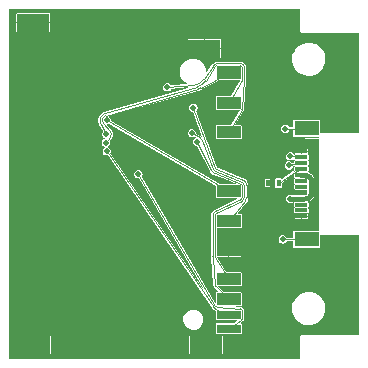
<source format=gbr>
%TF.GenerationSoftware,KiCad,Pcbnew,7.0.6*%
%TF.CreationDate,2023-07-11T12:05:29-07:00*%
%TF.ProjectId,jitx-design,6a697478-2d64-4657-9369-676e2e6b6963,rev?*%
%TF.SameCoordinates,Original*%
%TF.FileFunction,Copper,L2,Bot*%
%TF.FilePolarity,Positive*%
%FSLAX46Y46*%
G04 Gerber Fmt 4.6, Leading zero omitted, Abs format (unit mm)*
G04 Created by KiCad (PCBNEW 7.0.6) date 2023-07-11 12:05:29*
%MOMM*%
%LPD*%
G01*
G04 APERTURE LIST*
%TA.AperFunction,SMDPad,CuDef*%
%ADD10R,1.200000X0.500000*%
%TD*%
%TA.AperFunction,SMDPad,CuDef*%
%ADD11R,2.100000X1.300000*%
%TD*%
%TA.AperFunction,SMDPad,CuDef*%
%ADD12R,1.000000X0.300000*%
%TD*%
%TA.AperFunction,SMDPad,CuDef*%
%ADD13R,0.380278X0.600000*%
%TD*%
%TA.AperFunction,SMDPad,CuDef*%
%ADD14R,2.000000X1.000000*%
%TD*%
%TA.AperFunction,SMDPad,CuDef*%
%ADD15R,2.000000X0.700000*%
%TD*%
%TA.AperFunction,SMDPad,CuDef*%
%ADD16R,2.800000X1.500000*%
%TD*%
%TA.AperFunction,ViaPad*%
%ADD17C,0.460000*%
%TD*%
%TA.AperFunction,Conductor*%
%ADD18C,0.090000*%
%TD*%
%TA.AperFunction,Conductor*%
%ADD19C,0.381000*%
%TD*%
G04 APERTURE END LIST*
D10*
%TO.P,USB1,13,GND1*%
%TO.N,gnd*%
X150336500Y-104425000D03*
D11*
%TO.P,USB1,14,GND0*%
%TO.N,Net-(USB1-GND0)*%
X149887500Y-103300000D03*
%TO.P,USB1,15,GND2*%
%TO.N,Net-(USB1-GND2)*%
X149887500Y-112700000D03*
D10*
%TO.P,USB1,16,GND3*%
%TO.N,gnd*%
X150336500Y-111575000D03*
D12*
%TO.P,USB1,A1,GND6*%
X149437500Y-110750000D03*
%TO.P,USB1,A2,SSTXP1*%
%TO.N,unconnected-(USB1-SSTXP1-PadA2)*%
X149437500Y-110250000D03*
%TO.P,USB1,A3,SSTXN1*%
%TO.N,unconnected-(USB1-SSTXN1-PadA3)*%
X149437500Y-109750000D03*
%TO.P,USB1,A4,VBUS1*%
%TO.N,vdd50*%
X149437500Y-109250000D03*
%TO.P,USB1,A5,CC1*%
%TO.N,Net-(USB1-CC1)*%
X149437500Y-106750000D03*
%TO.P,USB1,A6,DP1*%
%TO.N,USB+*%
X149437500Y-106250000D03*
%TO.P,USB1,A7,DN1*%
%TO.N,USB-*%
X149437500Y-105750000D03*
%TO.P,USB1,A12,GND5*%
%TO.N,gnd*%
X149437500Y-105250000D03*
%TO.P,USB1,B9,VBUS0*%
%TO.N,vdd50*%
X149437500Y-107250000D03*
%TO.P,USB1,B10,SSRXN1*%
%TO.N,unconnected-(USB1-SSRXN1-PadB10)*%
X149437500Y-107750000D03*
%TO.P,USB1,B11,SSRXP1*%
%TO.N,unconnected-(USB1-SSRXP1-PadB11)*%
X149437500Y-108250000D03*
%TO.P,USB1,B12,GND4*%
%TO.N,gnd*%
X149437500Y-108750000D03*
%TD*%
D13*
%TO.P,R9,1,1*%
%TO.N,Net-(USB1-CC1)*%
X147502051Y-107938865D03*
%TO.P,R9,2,2*%
%TO.N,gnd*%
X146582329Y-107938865D03*
%TD*%
D14*
%TO.P,Card1,1,CD_DAT3*%
%TO.N,Net-(Card1-CD_DAT3)*%
X143275000Y-101130000D03*
%TO.P,Card1,2,CMD*%
%TO.N,Net-(Card1-CMD)*%
X143275000Y-103630000D03*
%TO.P,Card1,3,VSS1*%
%TO.N,gnd*%
X143275000Y-106130000D03*
%TO.P,Card1,4,VDD*%
%TO.N,Net-(Card1-VDD)*%
X143275000Y-108630000D03*
%TO.P,Card1,5,CLK*%
%TO.N,Net-(Card1-CLK)*%
X143275000Y-111130000D03*
%TO.P,Card1,6,VSS2*%
%TO.N,gnd*%
X143275000Y-113630000D03*
%TO.P,Card1,7,DAT0*%
%TO.N,Net-(Card1-DAT0)*%
X143275000Y-116060000D03*
%TO.P,Card1,8,DAT1*%
%TO.N,Net-(Card1-DAT1)*%
X143275000Y-117760000D03*
%TO.P,Card1,9,DAT2*%
%TO.N,Net-(Card1-DAT2)*%
X143275000Y-98630000D03*
D15*
%TO.P,Card1,10,CD*%
%TO.N,Net-(Card1-CD)*%
X143275000Y-119060000D03*
%TO.P,Card1,11,WP*%
%TO.N,Net-(Card1-WP)*%
X143275000Y-120260000D03*
D16*
%TO.P,Card1,12,SHELL0*%
%TO.N,gnd*%
X141325000Y-121650000D03*
%TO.P,Card1,13,SHELL1*%
X126825000Y-121650000D03*
%TO.P,Card1,14,SHELL2*%
X126725000Y-94350000D03*
%TO.P,Card1,15,SHELL3*%
X141225000Y-96550000D03*
%TD*%
D17*
%TO.N,Net-(USB1-GND0)*%
X148074784Y-103313947D03*
%TO.N,Net-(Card1-CD)*%
X132950211Y-105229456D03*
%TO.N,Net-(USB1-GND2)*%
X147864967Y-112698484D03*
%TO.N,Net-(Card1-WP)*%
X135623659Y-107175070D03*
%TO.N,gnd*%
X124968000Y-104902000D03*
X133604000Y-99060000D03*
X134620000Y-122174000D03*
X135636000Y-122174000D03*
X140970000Y-108458000D03*
X145862665Y-106835359D03*
X145034000Y-97536000D03*
X136906000Y-122174000D03*
X133604000Y-122174000D03*
X127254000Y-104648000D03*
X124968000Y-107950000D03*
X140208000Y-110744000D03*
X124968000Y-106934000D03*
X124968000Y-105918000D03*
X135382000Y-98298000D03*
X135128000Y-111252000D03*
X132080000Y-97282000D03*
X128016000Y-97790000D03*
X126238000Y-107442000D03*
%TO.N,Net-(Card1-CMD)*%
X138071854Y-99815084D03*
%TO.N,USB+*%
X148376429Y-106441460D03*
%TO.N,Net-(Card1-DAT2)*%
X132875267Y-104504289D03*
%TO.N,Net-(Card1-CLK)*%
X140277779Y-101538626D03*
%TO.N,Net-(Card1-DAT0)*%
X140163333Y-103703554D03*
%TO.N,USB-*%
X148479985Y-105658221D03*
%TO.N,vdd50*%
X148499059Y-109244183D03*
%TO.N,Net-(Card1-CD_DAT3)*%
X132924651Y-103789389D03*
%TO.N,Net-(Card1-VDD)*%
X132964004Y-102607356D03*
%TO.N,Net-(Card1-DAT1)*%
X140608833Y-104422235D03*
%TD*%
D18*
%TO.N,Net-(USB1-GND0)*%
X148074784Y-103313947D02*
X149887500Y-103300000D01*
%TO.N,Net-(Card1-CD)*%
X143275000Y-119060000D02*
X142141444Y-118567226D01*
X141998554Y-118449215D02*
X132950211Y-105229456D01*
X141998554Y-118449215D02*
G75*
G03*
X142141444Y-118567226I276446J189215D01*
G01*
%TO.N,Net-(USB1-GND2)*%
X147864967Y-112698484D02*
X149887500Y-112700000D01*
%TO.N,Net-(Card1-WP)*%
X142263503Y-118404543D02*
X144286497Y-118565457D01*
X144420000Y-118710000D02*
X144420000Y-119410000D01*
X135623659Y-107175070D02*
X142149836Y-118333206D01*
X144356128Y-119530180D02*
X143275000Y-120260000D01*
X144356128Y-119530180D02*
G75*
G03*
X144420000Y-119410000I-81128J120180D01*
G01*
X142149837Y-118333205D02*
G75*
G03*
X142263503Y-118404542I125163J73205D01*
G01*
X144419999Y-118710000D02*
G75*
G03*
X144286497Y-118565458I-144999J0D01*
G01*
%TO.N,Net-(Card1-CMD)*%
X144610000Y-99130000D02*
X144610000Y-98130000D01*
X143275000Y-103630000D02*
X144400214Y-101703119D01*
X141997095Y-97942933D02*
X141186467Y-99147195D01*
X144275000Y-97795000D02*
X142275000Y-97795000D01*
X140307233Y-99656079D02*
X138071854Y-99815084D01*
X144419581Y-101641020D02*
X144609031Y-99155460D01*
X142275000Y-97795000D02*
G75*
G03*
X141997095Y-97942933I0J-335000D01*
G01*
X144610000Y-98130000D02*
G75*
G03*
X144275000Y-97795000I-335000J0D01*
G01*
X144400214Y-101703119D02*
G75*
G03*
X144419581Y-101641020I-125214J73119D01*
G01*
X144609030Y-99155460D02*
G75*
G03*
X144610000Y-99130000I-333530J25460D01*
G01*
X140307233Y-99656078D02*
G75*
G03*
X141186466Y-99147195I-82233J1156078D01*
G01*
%TO.N,USB+*%
X149437500Y-106250000D02*
X148376429Y-106441460D01*
%TO.N,Net-(Card1-DAT2)*%
X133243606Y-104045413D02*
X132875267Y-104504289D01*
X140648995Y-99979442D02*
X132851325Y-102214184D01*
X143275000Y-98630000D02*
X140943556Y-99860955D01*
X132659360Y-102880253D02*
X133229295Y-103516492D01*
X140648995Y-99979442D02*
G75*
G03*
X140943556Y-99860955I-423995J1479442D01*
G01*
X132851345Y-102214255D02*
G75*
G03*
X132659360Y-102880253I112655J-393145D01*
G01*
X133243618Y-104045423D02*
G75*
G03*
X133229295Y-103516492I-318918J256023D01*
G01*
%TO.N,Net-(Card1-CLK)*%
X144800000Y-108130000D02*
X144800000Y-109130000D01*
X142222271Y-106765073D02*
X144465917Y-107640944D01*
X140277779Y-101538626D02*
X142138658Y-106679354D01*
X144676323Y-109468474D02*
X143275000Y-111130000D01*
X142138658Y-106679354D02*
G75*
G03*
X142222271Y-106765073I136342J49354D01*
G01*
X144800000Y-108130000D02*
G75*
G03*
X144465917Y-107640944I-525000J0D01*
G01*
X144676323Y-109468474D02*
G75*
G03*
X144800000Y-109130000I-401323J338474D01*
G01*
%TO.N,Net-(USB1-CC1)*%
X147502051Y-107938865D02*
X148853700Y-106981667D01*
X148884950Y-106964857D02*
X149437500Y-106750000D01*
X148884954Y-106964868D02*
G75*
G03*
X148853700Y-106981667I52546J-135232D01*
G01*
%TO.N,Net-(Card1-DAT0)*%
X144610000Y-108130000D02*
X144610000Y-109130000D01*
X144420804Y-109431606D02*
X142211891Y-110499454D01*
X142150992Y-114205147D02*
X143275000Y-116060000D01*
X140163333Y-103703554D02*
X140808855Y-104065483D01*
X140989538Y-104272753D02*
X141963176Y-106752437D01*
X142130000Y-110630000D02*
X142130000Y-114130000D01*
X142153177Y-106942064D02*
X144396823Y-107817936D01*
X140989507Y-104272765D02*
G75*
G03*
X140808855Y-104065483I-380707J-149435D01*
G01*
X144609999Y-108130000D02*
G75*
G03*
X144396823Y-107817937I-334999J0D01*
G01*
X144420804Y-109431606D02*
G75*
G03*
X144610000Y-109130000I-145804J301606D01*
G01*
X141963177Y-106752437D02*
G75*
G03*
X142153177Y-106942063I311823J122437D01*
G01*
X142211891Y-110499454D02*
G75*
G03*
X142130000Y-110630000I63109J-130546D01*
G01*
X142130000Y-114130000D02*
G75*
G03*
X142150992Y-114205147I145000J0D01*
G01*
%TO.N,USB-*%
X148479985Y-105658221D02*
X149437500Y-105750000D01*
D19*
%TO.N,vdd50*%
X149437500Y-109250000D02*
X149970734Y-109188593D01*
X150228000Y-108900000D02*
X150228000Y-107600000D01*
X149437500Y-109250000D02*
X148499059Y-109244183D01*
X149970734Y-107311407D02*
X149437500Y-107250000D01*
X149970734Y-109188593D02*
G75*
G03*
X150228000Y-108900000I-33234J288593D01*
G01*
X150228000Y-107600000D02*
G75*
G03*
X149970734Y-107311407I-290500J0D01*
G01*
D18*
%TO.N,Net-(Card1-CD_DAT3)*%
X132437705Y-102893379D02*
X132924651Y-103789389D01*
X142154713Y-98049031D02*
X141344085Y-99253293D01*
X144420000Y-99130000D02*
X144420000Y-98130000D01*
X140596650Y-99796795D02*
X132798980Y-102031536D01*
X143275000Y-101130000D02*
X144400214Y-99203119D01*
X144275000Y-97985000D02*
X142275000Y-97985000D01*
X142275000Y-97985001D02*
G75*
G03*
X142154714Y-98049031I0J-144999D01*
G01*
X144400214Y-99203119D02*
G75*
G03*
X144420000Y-99130000I-125214J73119D01*
G01*
X140596650Y-99796795D02*
G75*
G03*
X141344085Y-99253293I-371650J1296795D01*
G01*
X144420000Y-98130000D02*
G75*
G03*
X144275000Y-97985000I-145000J0D01*
G01*
X132798999Y-102031601D02*
G75*
G03*
X132437705Y-102893379I165001J-575799D01*
G01*
%TO.N,Net-(Card1-VDD)*%
X143275000Y-108630000D02*
X132964004Y-102607356D01*
%TO.N,Net-(Card1-DAT1)*%
X144420000Y-109130000D02*
X144420000Y-108130000D01*
X141940000Y-114130000D02*
X141940000Y-110630000D01*
X144327729Y-107994927D02*
X142084083Y-107119056D01*
X141803534Y-106860965D02*
X140608833Y-104422235D01*
X142129196Y-110328394D02*
X144338109Y-109260546D01*
X142130444Y-116571337D02*
X141941026Y-114156193D01*
X143275000Y-117760000D02*
X142172706Y-116662766D01*
X144420000Y-108130000D02*
G75*
G03*
X144327729Y-107994927I-145000J0D01*
G01*
X142130445Y-116571337D02*
G75*
G03*
X142172706Y-116662766I144555J11337D01*
G01*
X141803534Y-106860965D02*
G75*
G03*
X142084083Y-107119056I471466J230965D01*
G01*
X144338109Y-109260546D02*
G75*
G03*
X144420000Y-109130000I-63109J130546D01*
G01*
X141939998Y-114130000D02*
G75*
G03*
X141941026Y-114156193I334102J0D01*
G01*
X142129196Y-110328394D02*
G75*
G03*
X141940000Y-110630000I145804J-301606D01*
G01*
%TD*%
%TA.AperFunction,Conductor*%
%TO.N,gnd*%
G36*
X133180328Y-102902212D02*
G01*
X142167562Y-108151648D01*
X142174041Y-108160181D01*
X142174500Y-108163736D01*
X142174500Y-109139896D01*
X142176537Y-109150138D01*
X142180331Y-109169213D01*
X142202543Y-109202457D01*
X142235787Y-109224669D01*
X142265101Y-109230500D01*
X144004836Y-109230499D01*
X144014735Y-109234599D01*
X144018836Y-109244499D01*
X144014736Y-109254398D01*
X144010929Y-109257103D01*
X142085723Y-110187799D01*
X142072213Y-110194331D01*
X142065869Y-110197398D01*
X142017188Y-110220923D01*
X142017186Y-110220924D01*
X141932726Y-110288444D01*
X141865382Y-110373048D01*
X141818523Y-110470502D01*
X141794492Y-110575929D01*
X141794492Y-110575931D01*
X141794500Y-110630000D01*
X141794500Y-114124199D01*
X141794498Y-114124203D01*
X141794498Y-114136273D01*
X141794500Y-114136349D01*
X141794500Y-114147782D01*
X141794491Y-114148146D01*
X141794473Y-114148473D01*
X141794478Y-114148527D01*
X141794500Y-114149078D01*
X141794500Y-114149162D01*
X141794544Y-114149497D01*
X141794583Y-114149863D01*
X141795479Y-114161293D01*
X141795483Y-114161359D01*
X141795974Y-114167599D01*
X141983219Y-116555067D01*
X141983221Y-116555070D01*
X141985102Y-116579058D01*
X141986899Y-116601966D01*
X141986981Y-116602532D01*
X141988152Y-116617106D01*
X142009511Y-116682715D01*
X142009512Y-116682716D01*
X142045649Y-116741498D01*
X142045651Y-116741500D01*
X142055988Y-116751827D01*
X142056368Y-116752258D01*
X142056481Y-116752370D01*
X142056482Y-116752372D01*
X142228203Y-116923305D01*
X142441455Y-117135578D01*
X142445578Y-117145468D01*
X142441500Y-117155377D01*
X142431610Y-117159500D01*
X142265103Y-117159500D01*
X142235787Y-117165331D01*
X142202543Y-117187543D01*
X142180330Y-117220788D01*
X142174500Y-117250101D01*
X142174500Y-118035514D01*
X142170399Y-118045413D01*
X142160500Y-118049514D01*
X142150601Y-118045413D01*
X142148415Y-118042582D01*
X139262490Y-113108369D01*
X135918627Y-107391198D01*
X135917170Y-107380584D01*
X135918237Y-107377778D01*
X135965011Y-107285982D01*
X135982578Y-107175070D01*
X135965011Y-107064158D01*
X135914031Y-106964103D01*
X135914030Y-106964101D01*
X135834627Y-106884698D01*
X135734571Y-106833718D01*
X135734572Y-106833718D01*
X135623659Y-106816151D01*
X135512746Y-106833718D01*
X135412690Y-106884698D01*
X135333287Y-106964101D01*
X135282307Y-107064157D01*
X135264740Y-107175070D01*
X135282307Y-107285982D01*
X135333287Y-107386038D01*
X135412690Y-107465441D01*
X135412692Y-107465442D01*
X135512747Y-107516422D01*
X135623659Y-107533989D01*
X135652071Y-107529488D01*
X135662489Y-107531990D01*
X135666345Y-107536248D01*
X141111489Y-116846087D01*
X141112947Y-116856702D01*
X141106472Y-116865240D01*
X141095857Y-116866698D01*
X141087852Y-116861064D01*
X133258225Y-105421866D01*
X133256017Y-105411380D01*
X133257302Y-105407605D01*
X133291563Y-105340368D01*
X133309130Y-105229456D01*
X133291563Y-105118544D01*
X133240583Y-105018489D01*
X133240582Y-105018487D01*
X133161179Y-104939084D01*
X133061123Y-104888104D01*
X133061124Y-104888104D01*
X133021746Y-104881867D01*
X132976903Y-104874764D01*
X132967768Y-104869166D01*
X132965266Y-104858747D01*
X132970865Y-104849611D01*
X132976899Y-104847110D01*
X132986179Y-104845641D01*
X133086234Y-104794661D01*
X133165639Y-104715256D01*
X133216619Y-104615201D01*
X133234186Y-104504289D01*
X133216619Y-104393377D01*
X133195197Y-104351335D01*
X133194357Y-104340654D01*
X133196752Y-104336218D01*
X133353515Y-104140923D01*
X133353560Y-104140899D01*
X133357079Y-104136507D01*
X133357080Y-104136508D01*
X133362752Y-104129429D01*
X133368917Y-104121738D01*
X133370542Y-104119712D01*
X133370555Y-104119690D01*
X133397917Y-104085547D01*
X133453778Y-103967484D01*
X133480677Y-103839673D01*
X133477141Y-103709110D01*
X133443365Y-103582943D01*
X133411961Y-103524919D01*
X133381197Y-103468077D01*
X133368924Y-103454356D01*
X133350810Y-103434102D01*
X133350662Y-103433911D01*
X133035093Y-103081632D01*
X132952665Y-102989615D01*
X132949115Y-102979507D01*
X132953753Y-102969847D01*
X132963094Y-102966275D01*
X132964002Y-102966275D01*
X132964002Y-102966274D01*
X132964004Y-102966275D01*
X133074916Y-102948708D01*
X133166919Y-102901829D01*
X133177599Y-102900989D01*
X133180328Y-102902212D01*
G37*
%TD.AperFunction*%
%TA.AperFunction,Conductor*%
G36*
X149295399Y-93204601D02*
G01*
X149299500Y-93214500D01*
X149299500Y-95045762D01*
X149308868Y-95065218D01*
X149309903Y-95068176D01*
X149314709Y-95089230D01*
X149314710Y-95089231D01*
X149325652Y-95102952D01*
X149328176Y-95106116D01*
X149329841Y-95108766D01*
X149339212Y-95128224D01*
X149339213Y-95128225D01*
X149356094Y-95141688D01*
X149358310Y-95143904D01*
X149371774Y-95160786D01*
X149371776Y-95160788D01*
X149371777Y-95160788D01*
X149371778Y-95160789D01*
X149391229Y-95170157D01*
X149393883Y-95171824D01*
X149405809Y-95181335D01*
X149410769Y-95185290D01*
X149431824Y-95190095D01*
X149434776Y-95191128D01*
X149454237Y-95200500D01*
X149477410Y-95200500D01*
X154285500Y-95200500D01*
X154295399Y-95204601D01*
X154299500Y-95214500D01*
X154299500Y-103663500D01*
X154295399Y-103673399D01*
X154285500Y-103677500D01*
X151135909Y-103677500D01*
X151128685Y-103679149D01*
X151125570Y-103679500D01*
X151109735Y-103679500D01*
X151095471Y-103686368D01*
X151092514Y-103687403D01*
X151069270Y-103692709D01*
X151069267Y-103692710D01*
X151060727Y-103699521D01*
X151050430Y-103702487D01*
X151041053Y-103697303D01*
X151037999Y-103688575D01*
X151037999Y-102640103D01*
X151037096Y-102635561D01*
X151032169Y-102610787D01*
X151009957Y-102577543D01*
X150976713Y-102555331D01*
X150976712Y-102555330D01*
X150976711Y-102555330D01*
X150954676Y-102550947D01*
X150947399Y-102549500D01*
X150947398Y-102549500D01*
X148827603Y-102549500D01*
X148798287Y-102555331D01*
X148765043Y-102577543D01*
X148742830Y-102610788D01*
X148737000Y-102640101D01*
X148737000Y-103149453D01*
X148732899Y-103159352D01*
X148723108Y-103163453D01*
X148405899Y-103165894D01*
X148395968Y-103161869D01*
X148393317Y-103158250D01*
X148365155Y-103102978D01*
X148285752Y-103023575D01*
X148185696Y-102972595D01*
X148185697Y-102972595D01*
X148074784Y-102955028D01*
X147963871Y-102972595D01*
X147863815Y-103023575D01*
X147784412Y-103102978D01*
X147733432Y-103203034D01*
X147715865Y-103313947D01*
X147733432Y-103424859D01*
X147784412Y-103524915D01*
X147863815Y-103604318D01*
X147863817Y-103604319D01*
X147963872Y-103655299D01*
X148074784Y-103672866D01*
X148185696Y-103655299D01*
X148285751Y-103604319D01*
X148365156Y-103524914D01*
X148395923Y-103464526D01*
X148404069Y-103457569D01*
X148408284Y-103456884D01*
X148722893Y-103454464D01*
X148732823Y-103458489D01*
X148737000Y-103468356D01*
X148737000Y-103959896D01*
X148741383Y-103981934D01*
X148742831Y-103989213D01*
X148765043Y-104022457D01*
X148798287Y-104044669D01*
X148827601Y-104050500D01*
X150941000Y-104050499D01*
X150950899Y-104054600D01*
X150955000Y-104064499D01*
X150955000Y-104131084D01*
X150950899Y-104140983D01*
X150941000Y-104145084D01*
X150939631Y-104145017D01*
X150939458Y-104145000D01*
X150354000Y-104145000D01*
X150354000Y-104704999D01*
X150939447Y-104704999D01*
X150939618Y-104704982D01*
X150939674Y-104704999D01*
X150940143Y-104704999D01*
X150940143Y-104705140D01*
X150949874Y-104708086D01*
X150954932Y-104717532D01*
X150955000Y-104718914D01*
X150955000Y-111281084D01*
X150950899Y-111290983D01*
X150941000Y-111295084D01*
X150939631Y-111295017D01*
X150939458Y-111295000D01*
X150354000Y-111295000D01*
X150354000Y-111854999D01*
X150939447Y-111854999D01*
X150939618Y-111854982D01*
X150939674Y-111854999D01*
X150940143Y-111854999D01*
X150940143Y-111855140D01*
X150949874Y-111858086D01*
X150954932Y-111867532D01*
X150955000Y-111868914D01*
X150955000Y-111935500D01*
X150950899Y-111945399D01*
X150941000Y-111949500D01*
X148827603Y-111949500D01*
X148798287Y-111955331D01*
X148765043Y-111977543D01*
X148742830Y-112010788D01*
X148737000Y-112040101D01*
X148737000Y-112539626D01*
X148732899Y-112549525D01*
X148723000Y-112553626D01*
X148722990Y-112553626D01*
X148197391Y-112553232D01*
X148187494Y-112549124D01*
X148184927Y-112545588D01*
X148181889Y-112539626D01*
X148155339Y-112487517D01*
X148155338Y-112487515D01*
X148075935Y-112408112D01*
X147975879Y-112357132D01*
X147975880Y-112357132D01*
X147864967Y-112339565D01*
X147754054Y-112357132D01*
X147653998Y-112408112D01*
X147574595Y-112487515D01*
X147523615Y-112587571D01*
X147506048Y-112698484D01*
X147523615Y-112809396D01*
X147574595Y-112909452D01*
X147653998Y-112988855D01*
X147654000Y-112988856D01*
X147754055Y-113039836D01*
X147864967Y-113057403D01*
X147975879Y-113039836D01*
X148075934Y-112988856D01*
X148155339Y-112909451D01*
X148184673Y-112851875D01*
X148192820Y-112844917D01*
X148197154Y-112844232D01*
X148723011Y-112844626D01*
X148732907Y-112848734D01*
X148737000Y-112858626D01*
X148737000Y-113359896D01*
X148737001Y-113359899D01*
X148742831Y-113389213D01*
X148765043Y-113422457D01*
X148798287Y-113444669D01*
X148827601Y-113450500D01*
X150947398Y-113450499D01*
X150976713Y-113444669D01*
X151009957Y-113422457D01*
X151032169Y-113389213D01*
X151038000Y-113359899D01*
X151037999Y-112318232D01*
X151042099Y-112308334D01*
X151051999Y-112304233D01*
X151058074Y-112305620D01*
X151070731Y-112311716D01*
X151073133Y-112313225D01*
X151073397Y-112313352D01*
X151076077Y-112314289D01*
X151109737Y-112330500D01*
X151201263Y-112330500D01*
X151201915Y-112330185D01*
X151202539Y-112329886D01*
X151208612Y-112328500D01*
X154285500Y-112328500D01*
X154295399Y-112332601D01*
X154299500Y-112342500D01*
X154299500Y-120785500D01*
X154295399Y-120795399D01*
X154285500Y-120799500D01*
X149454235Y-120799500D01*
X149434779Y-120808868D01*
X149431822Y-120809903D01*
X149410770Y-120814709D01*
X149410767Y-120814710D01*
X149393881Y-120828176D01*
X149391228Y-120829843D01*
X149371778Y-120839210D01*
X149371774Y-120839213D01*
X149358311Y-120856095D01*
X149356095Y-120858311D01*
X149339213Y-120871774D01*
X149339210Y-120871778D01*
X149329843Y-120891228D01*
X149328176Y-120893881D01*
X149314710Y-120910767D01*
X149314709Y-120910770D01*
X149309903Y-120931822D01*
X149308868Y-120934779D01*
X149299500Y-120954235D01*
X149299500Y-122785500D01*
X149295399Y-122795399D01*
X149285500Y-122799500D01*
X124714500Y-122799500D01*
X124704601Y-122795399D01*
X124700500Y-122785500D01*
X124700500Y-122402952D01*
X125395000Y-122402952D01*
X125396739Y-122411705D01*
X125403371Y-122421630D01*
X125413293Y-122428259D01*
X125422044Y-122429999D01*
X126807499Y-122429999D01*
X126842499Y-122429999D01*
X128227952Y-122429999D01*
X128236705Y-122428260D01*
X128246630Y-122421628D01*
X128253259Y-122411707D01*
X128253259Y-122411705D01*
X128255000Y-122402955D01*
X128255000Y-121667500D01*
X139895001Y-121667500D01*
X139895001Y-122402952D01*
X139896739Y-122411705D01*
X139903371Y-122421630D01*
X139913293Y-122428259D01*
X139922044Y-122429999D01*
X141307500Y-122429999D01*
X141307500Y-121667500D01*
X141342500Y-121667500D01*
X141342500Y-122429999D01*
X142727952Y-122429999D01*
X142736705Y-122428260D01*
X142746630Y-122421628D01*
X142753259Y-122411707D01*
X142753259Y-122411705D01*
X142755000Y-122402955D01*
X142755000Y-121667500D01*
X141342500Y-121667500D01*
X141307500Y-121667500D01*
X139895001Y-121667500D01*
X128255000Y-121667500D01*
X126842500Y-121667500D01*
X126842499Y-122429999D01*
X126807499Y-122429999D01*
X126807500Y-121667500D01*
X125395001Y-121667500D01*
X125395000Y-122402952D01*
X124700500Y-122402952D01*
X124700500Y-121632500D01*
X125395000Y-121632500D01*
X126807500Y-121632500D01*
X126807499Y-120870000D01*
X126842499Y-120870000D01*
X126842500Y-121632500D01*
X128254999Y-121632500D01*
X139895000Y-121632500D01*
X141307500Y-121632500D01*
X141307500Y-120870000D01*
X141342500Y-120870000D01*
X141342500Y-121632500D01*
X142754999Y-121632500D01*
X142754999Y-120897047D01*
X142753260Y-120888294D01*
X142746628Y-120878369D01*
X142736706Y-120871740D01*
X142727956Y-120870000D01*
X141342500Y-120870000D01*
X141307500Y-120870000D01*
X139922047Y-120870000D01*
X139913294Y-120871739D01*
X139903369Y-120878371D01*
X139896740Y-120888292D01*
X139896740Y-120888294D01*
X139895000Y-120897044D01*
X139895000Y-121632500D01*
X128254999Y-121632500D01*
X128254999Y-120897047D01*
X128253260Y-120888294D01*
X128246628Y-120878369D01*
X128236706Y-120871740D01*
X128227956Y-120870000D01*
X126842499Y-120870000D01*
X126807499Y-120870000D01*
X125422047Y-120870000D01*
X125413294Y-120871739D01*
X125403369Y-120878371D01*
X125396740Y-120888292D01*
X125396740Y-120888294D01*
X125395000Y-120897044D01*
X125395000Y-121632500D01*
X124700500Y-121632500D01*
X124700500Y-119453472D01*
X139416721Y-119453472D01*
X139426783Y-119639057D01*
X139476507Y-119818147D01*
X139476507Y-119818148D01*
X139563568Y-119982360D01*
X139563573Y-119982367D01*
X139683894Y-120124021D01*
X139831855Y-120236498D01*
X139831856Y-120236498D01*
X139831861Y-120236502D01*
X140000548Y-120314545D01*
X140182067Y-120354500D01*
X140182068Y-120354500D01*
X140321325Y-120354500D01*
X140321332Y-120354500D01*
X140459775Y-120339443D01*
X140635911Y-120280096D01*
X140795171Y-120184273D01*
X140930108Y-120056454D01*
X141034413Y-119902615D01*
X141103209Y-119729951D01*
X141133278Y-119546535D01*
X141132712Y-119536103D01*
X141123216Y-119360942D01*
X141073492Y-119181852D01*
X141073492Y-119181851D01*
X141017145Y-119075570D01*
X140986431Y-119017638D01*
X140923496Y-118943545D01*
X140866105Y-118875978D01*
X140718144Y-118763501D01*
X140718141Y-118763499D01*
X140718139Y-118763498D01*
X140549452Y-118685455D01*
X140367933Y-118645500D01*
X140228668Y-118645500D01*
X140228660Y-118645500D01*
X140090227Y-118660556D01*
X140090216Y-118660559D01*
X139914097Y-118719900D01*
X139914090Y-118719903D01*
X139754830Y-118815726D01*
X139754828Y-118815727D01*
X139619892Y-118943545D01*
X139515586Y-119097386D01*
X139446791Y-119270047D01*
X139416721Y-119453472D01*
X124700500Y-119453472D01*
X124700500Y-102607910D01*
X132215924Y-102607910D01*
X132220135Y-102649840D01*
X132230762Y-102755656D01*
X132274492Y-102897566D01*
X132277011Y-102902215D01*
X132300434Y-102945449D01*
X132300597Y-102945802D01*
X132300716Y-102946021D01*
X132300717Y-102946024D01*
X132302176Y-102948708D01*
X132309023Y-102961308D01*
X132309024Y-102961310D01*
X132326523Y-102993515D01*
X132326534Y-102993531D01*
X132635849Y-103562688D01*
X132636973Y-103573344D01*
X132634877Y-103577598D01*
X132634280Y-103578420D01*
X132583299Y-103678476D01*
X132565732Y-103789389D01*
X132583299Y-103900301D01*
X132634279Y-104000357D01*
X132713682Y-104079760D01*
X132811841Y-104129774D01*
X132818800Y-104137922D01*
X132817959Y-104148604D01*
X132809811Y-104155563D01*
X132807678Y-104156075D01*
X132778774Y-104160653D01*
X132764354Y-104162937D01*
X132664298Y-104213917D01*
X132584895Y-104293320D01*
X132533915Y-104393376D01*
X132516348Y-104504289D01*
X132533915Y-104615201D01*
X132584895Y-104715257D01*
X132664298Y-104794660D01*
X132664300Y-104794661D01*
X132764355Y-104845641D01*
X132848575Y-104858980D01*
X132857709Y-104864578D01*
X132860211Y-104874997D01*
X132854612Y-104884133D01*
X132848574Y-104886634D01*
X132839303Y-104888103D01*
X132839298Y-104888104D01*
X132739242Y-104939084D01*
X132659839Y-105018487D01*
X132608859Y-105118543D01*
X132591292Y-105229456D01*
X132608859Y-105340368D01*
X132659839Y-105440424D01*
X132739242Y-105519827D01*
X132739244Y-105519828D01*
X132839299Y-105570808D01*
X132950211Y-105588375D01*
X133004032Y-105579849D01*
X133014449Y-105582351D01*
X133017773Y-105585769D01*
X141860141Y-118504597D01*
X141860143Y-118504600D01*
X141873719Y-118524433D01*
X141873726Y-118524466D01*
X141878862Y-118531946D01*
X141889481Y-118547461D01*
X141889661Y-118547690D01*
X141903944Y-118568515D01*
X141967704Y-118632065D01*
X141967708Y-118632068D01*
X141967712Y-118632072D01*
X142042173Y-118682676D01*
X142048549Y-118685455D01*
X142065323Y-118692767D01*
X142065593Y-118692906D01*
X142083437Y-118700663D01*
X142120823Y-118716916D01*
X142120828Y-118716917D01*
X142166081Y-118736589D01*
X142173525Y-118744296D01*
X142174500Y-118749428D01*
X142174500Y-119419896D01*
X142176342Y-119429156D01*
X142180331Y-119449213D01*
X142202543Y-119482457D01*
X142235787Y-119504669D01*
X142265101Y-119510500D01*
X144079468Y-119510499D01*
X144089367Y-119514599D01*
X144093468Y-119524499D01*
X144089368Y-119534398D01*
X144087301Y-119536103D01*
X143685850Y-119807104D01*
X143678017Y-119809500D01*
X142265103Y-119809500D01*
X142235787Y-119815331D01*
X142202543Y-119837543D01*
X142180330Y-119870788D01*
X142174500Y-119900101D01*
X142174500Y-120619896D01*
X142174501Y-120619899D01*
X142180331Y-120649213D01*
X142202543Y-120682457D01*
X142235787Y-120704669D01*
X142265101Y-120710500D01*
X144284898Y-120710499D01*
X144314213Y-120704669D01*
X144347457Y-120682457D01*
X144369669Y-120649213D01*
X144375500Y-120619899D01*
X144375499Y-119900102D01*
X144369669Y-119870787D01*
X144347457Y-119837543D01*
X144314213Y-119815331D01*
X144314212Y-119815330D01*
X144314211Y-119815330D01*
X144284899Y-119809500D01*
X144248168Y-119809500D01*
X144238269Y-119805399D01*
X144234168Y-119795500D01*
X144238269Y-119785601D01*
X144240335Y-119783896D01*
X144253670Y-119774893D01*
X144453413Y-119640057D01*
X144453415Y-119640054D01*
X144453626Y-119639912D01*
X144453917Y-119639685D01*
X144467058Y-119630791D01*
X144514751Y-119577792D01*
X144548212Y-119514832D01*
X144565454Y-119445650D01*
X144565474Y-119429788D01*
X144565500Y-119429409D01*
X144565500Y-118707817D01*
X144565503Y-118700663D01*
X144565519Y-118666347D01*
X144539861Y-118582897D01*
X144507161Y-118534746D01*
X144490813Y-118510673D01*
X144490812Y-118510672D01*
X144465264Y-118490183D01*
X148641691Y-118490183D01*
X148651838Y-118729034D01*
X148651838Y-118729040D01*
X148651839Y-118729042D01*
X148670521Y-118815726D01*
X148702209Y-118962762D01*
X148791348Y-119184593D01*
X148791350Y-119184596D01*
X148916695Y-119388171D01*
X148916706Y-119388186D01*
X149074656Y-119567651D01*
X149074658Y-119567653D01*
X149260672Y-119717849D01*
X149469393Y-119834448D01*
X149694817Y-119914095D01*
X149930459Y-119954500D01*
X149930462Y-119954500D01*
X150109667Y-119954500D01*
X150145984Y-119951408D01*
X150288220Y-119939303D01*
X150519587Y-119879059D01*
X150737444Y-119780581D01*
X150935525Y-119646702D01*
X151108131Y-119481273D01*
X151250297Y-119289052D01*
X151357932Y-119075570D01*
X151427940Y-118846969D01*
X151458308Y-118609824D01*
X151458294Y-118609500D01*
X151448161Y-118370965D01*
X151448161Y-118370958D01*
X151397792Y-118137243D01*
X151397790Y-118137237D01*
X151308651Y-117915406D01*
X151308649Y-117915403D01*
X151183304Y-117711828D01*
X151183293Y-117711813D01*
X151025343Y-117532348D01*
X151025342Y-117532347D01*
X150839328Y-117382151D01*
X150630607Y-117265552D01*
X150503912Y-117220788D01*
X150405184Y-117185905D01*
X150346272Y-117175803D01*
X150169541Y-117145500D01*
X149990336Y-117145500D01*
X149990333Y-117145500D01*
X149811779Y-117160697D01*
X149811774Y-117160698D01*
X149580412Y-117220941D01*
X149580410Y-117220942D01*
X149362561Y-117319416D01*
X149362553Y-117319421D01*
X149164470Y-117453301D01*
X148991872Y-117618723D01*
X148991869Y-117618726D01*
X148849704Y-117810944D01*
X148742069Y-118024426D01*
X148742066Y-118024433D01*
X148672060Y-118253027D01*
X148672060Y-118253028D01*
X148641691Y-118490183D01*
X144465264Y-118490183D01*
X144422704Y-118456051D01*
X144422702Y-118456050D01*
X144422699Y-118456048D01*
X144341552Y-118423857D01*
X144341549Y-118423856D01*
X144303606Y-118420855D01*
X144300043Y-118420574D01*
X144298034Y-118420415D01*
X144290880Y-118419846D01*
X143896238Y-118388455D01*
X143886695Y-118383582D01*
X143883392Y-118373389D01*
X143888265Y-118363846D01*
X143897348Y-118360499D01*
X144284897Y-118360499D01*
X144284898Y-118360499D01*
X144314213Y-118354669D01*
X144347457Y-118332457D01*
X144369669Y-118299213D01*
X144375500Y-118269899D01*
X144375499Y-117250102D01*
X144369669Y-117220787D01*
X144347457Y-117187543D01*
X144314213Y-117165331D01*
X144314212Y-117165330D01*
X144314211Y-117165330D01*
X144284899Y-117159500D01*
X142883754Y-117159500D01*
X142873877Y-117155422D01*
X142583822Y-116866698D01*
X142400704Y-116684420D01*
X142396582Y-116674531D01*
X142400660Y-116664622D01*
X142410550Y-116660499D01*
X144284897Y-116660499D01*
X144284898Y-116660499D01*
X144314213Y-116654669D01*
X144347457Y-116632457D01*
X144369669Y-116599213D01*
X144375500Y-116569899D01*
X144375499Y-115550102D01*
X144369669Y-115520787D01*
X144347457Y-115487543D01*
X144314213Y-115465331D01*
X144314212Y-115465330D01*
X144314211Y-115465330D01*
X144284899Y-115459500D01*
X143089124Y-115459500D01*
X143079225Y-115455399D01*
X143077151Y-115452756D01*
X142306645Y-114181255D01*
X142305021Y-114170663D01*
X142311362Y-114162026D01*
X142318618Y-114159999D01*
X143257500Y-114159999D01*
X143257500Y-113647500D01*
X143292500Y-113647500D01*
X143292500Y-114159999D01*
X144277952Y-114159999D01*
X144286705Y-114158260D01*
X144296630Y-114151628D01*
X144303259Y-114141707D01*
X144303259Y-114141705D01*
X144305000Y-114132955D01*
X144305000Y-113647500D01*
X143292500Y-113647500D01*
X143257500Y-113647500D01*
X143257500Y-113100000D01*
X143292500Y-113100000D01*
X143292500Y-113612500D01*
X144304999Y-113612500D01*
X144304999Y-113127047D01*
X144303260Y-113118294D01*
X144296628Y-113108369D01*
X144286706Y-113101740D01*
X144277956Y-113100000D01*
X143292500Y-113100000D01*
X143257500Y-113100000D01*
X142289500Y-113100000D01*
X142279601Y-113095899D01*
X142275500Y-113086000D01*
X142275500Y-111744499D01*
X142279601Y-111734600D01*
X142289500Y-111730499D01*
X144284897Y-111730499D01*
X144284898Y-111730499D01*
X144314213Y-111724669D01*
X144347457Y-111702457D01*
X144369669Y-111669213D01*
X144375500Y-111639899D01*
X144375500Y-111592500D01*
X149706501Y-111592500D01*
X149706501Y-111827952D01*
X149708239Y-111836705D01*
X149714871Y-111846630D01*
X149724793Y-111853259D01*
X149733544Y-111854999D01*
X150319000Y-111854999D01*
X150319000Y-111592500D01*
X149706501Y-111592500D01*
X144375500Y-111592500D01*
X144375500Y-111557500D01*
X149706500Y-111557500D01*
X150319000Y-111557500D01*
X150319000Y-111295000D01*
X149733547Y-111295000D01*
X149724794Y-111296739D01*
X149714869Y-111303371D01*
X149708240Y-111313292D01*
X149708240Y-111313294D01*
X149706500Y-111322044D01*
X149706500Y-111557500D01*
X144375500Y-111557500D01*
X144375499Y-110767500D01*
X148907501Y-110767500D01*
X148907501Y-110902952D01*
X148909239Y-110911705D01*
X148915871Y-110921630D01*
X148925793Y-110928259D01*
X148934544Y-110929999D01*
X149420000Y-110929999D01*
X149420000Y-110767500D01*
X149455000Y-110767500D01*
X149455000Y-110929999D01*
X149940452Y-110929999D01*
X149949205Y-110928260D01*
X149959130Y-110921628D01*
X149965759Y-110911707D01*
X149965759Y-110911705D01*
X149967500Y-110902955D01*
X149967500Y-110767500D01*
X149455000Y-110767500D01*
X149420000Y-110767500D01*
X148907501Y-110767500D01*
X144375499Y-110767500D01*
X144375499Y-110732500D01*
X148907500Y-110732500D01*
X149420000Y-110732500D01*
X149420000Y-110570000D01*
X149455000Y-110570000D01*
X149455000Y-110732500D01*
X149967499Y-110732500D01*
X149967499Y-110597047D01*
X149965760Y-110588294D01*
X149959128Y-110578369D01*
X149949206Y-110571740D01*
X149940456Y-110570000D01*
X149455000Y-110570000D01*
X149420000Y-110570000D01*
X148934547Y-110570000D01*
X148925794Y-110571739D01*
X148915869Y-110578371D01*
X148909240Y-110588292D01*
X148909240Y-110588294D01*
X148907500Y-110597044D01*
X148907500Y-110732500D01*
X144375499Y-110732500D01*
X144375499Y-110620102D01*
X144369669Y-110590787D01*
X144347457Y-110557543D01*
X144314213Y-110535331D01*
X144314212Y-110535330D01*
X144314211Y-110535330D01*
X144284899Y-110529500D01*
X144001919Y-110529500D01*
X143992020Y-110525399D01*
X143987919Y-110515500D01*
X143991217Y-110506474D01*
X144047946Y-110439212D01*
X144775000Y-109577156D01*
X144787547Y-109562280D01*
X144788594Y-109561036D01*
X144799897Y-109547636D01*
X144799898Y-109547632D01*
X144800491Y-109546930D01*
X144800534Y-109546870D01*
X144825488Y-109517265D01*
X144884552Y-109415407D01*
X144924962Y-109304814D01*
X144945481Y-109188872D01*
X144945492Y-109150228D01*
X144945500Y-109150138D01*
X144945500Y-108732500D01*
X148907500Y-108732500D01*
X149420000Y-108732500D01*
X149420000Y-108570000D01*
X148934547Y-108570000D01*
X148925794Y-108571739D01*
X148915869Y-108578371D01*
X148909240Y-108588292D01*
X148909240Y-108588294D01*
X148907500Y-108597044D01*
X148907500Y-108732500D01*
X144945500Y-108732500D01*
X144945500Y-108129999D01*
X144945599Y-108062794D01*
X144924050Y-107956365D01*
X146362191Y-107956365D01*
X146362191Y-108241817D01*
X146363929Y-108250570D01*
X146370561Y-108260495D01*
X146380483Y-108267124D01*
X146389234Y-108268864D01*
X146564829Y-108268864D01*
X146564829Y-107956365D01*
X146599829Y-107956365D01*
X146599829Y-108268864D01*
X146775420Y-108268864D01*
X146784173Y-108267125D01*
X146794098Y-108260493D01*
X146800727Y-108250572D01*
X146800727Y-108250570D01*
X146801087Y-108248761D01*
X147211412Y-108248761D01*
X147215065Y-108267125D01*
X147217243Y-108278078D01*
X147239455Y-108311322D01*
X147272699Y-108333534D01*
X147302013Y-108339365D01*
X147702088Y-108339364D01*
X147731403Y-108333534D01*
X147764647Y-108311322D01*
X147786859Y-108278078D01*
X147792690Y-108248764D01*
X147792689Y-107918572D01*
X147796789Y-107908674D01*
X147798594Y-107907150D01*
X148814909Y-107187426D01*
X148825358Y-107185052D01*
X148834425Y-107190761D01*
X148837000Y-107198852D01*
X148837000Y-107409896D01*
X148841383Y-107431934D01*
X148842831Y-107439213D01*
X148865043Y-107472457D01*
X148888498Y-107488128D01*
X148888843Y-107488359D01*
X148894796Y-107497269D01*
X148892706Y-107507778D01*
X148888843Y-107511641D01*
X148865043Y-107527543D01*
X148842830Y-107560788D01*
X148837000Y-107590101D01*
X148837000Y-107909896D01*
X148837286Y-107911333D01*
X148842831Y-107939213D01*
X148865043Y-107972457D01*
X148888498Y-107988128D01*
X148888843Y-107988359D01*
X148894796Y-107997269D01*
X148892706Y-108007778D01*
X148888843Y-108011641D01*
X148865043Y-108027543D01*
X148842830Y-108060788D01*
X148837000Y-108090101D01*
X148837000Y-108409896D01*
X148841383Y-108431934D01*
X148842831Y-108439213D01*
X148865043Y-108472457D01*
X148898287Y-108494669D01*
X148927601Y-108500500D01*
X149923000Y-108500499D01*
X149932899Y-108504599D01*
X149937000Y-108514499D01*
X149937000Y-108556000D01*
X149932899Y-108565899D01*
X149923000Y-108570000D01*
X149455000Y-108570000D01*
X149455000Y-108753500D01*
X149450899Y-108763399D01*
X149441000Y-108767500D01*
X148907501Y-108767500D01*
X148907501Y-108902952D01*
X148909239Y-108911705D01*
X148915871Y-108921630D01*
X148925792Y-108928259D01*
X148927069Y-108928788D01*
X148926815Y-108929400D01*
X148933725Y-108934003D01*
X148935831Y-108944509D01*
X148929891Y-108953427D01*
X148922009Y-108955798D01*
X148714679Y-108954513D01*
X148708410Y-108952987D01*
X148609971Y-108902831D01*
X148609972Y-108902831D01*
X148499059Y-108885264D01*
X148388146Y-108902831D01*
X148288090Y-108953811D01*
X148208687Y-109033214D01*
X148157707Y-109133270D01*
X148140140Y-109244183D01*
X148157707Y-109355095D01*
X148208687Y-109455151D01*
X148288090Y-109534554D01*
X148288092Y-109534555D01*
X148388147Y-109585535D01*
X148499059Y-109603102D01*
X148609971Y-109585535D01*
X148703225Y-109538018D01*
X148709666Y-109536493D01*
X148832450Y-109537254D01*
X148842323Y-109541416D01*
X148846362Y-109551341D01*
X148844005Y-109559029D01*
X148842830Y-109560787D01*
X148837000Y-109590101D01*
X148837000Y-109909896D01*
X148837001Y-109909899D01*
X148842831Y-109939213D01*
X148865043Y-109972457D01*
X148888498Y-109988128D01*
X148888843Y-109988359D01*
X148894796Y-109997269D01*
X148892706Y-110007778D01*
X148888843Y-110011641D01*
X148865043Y-110027543D01*
X148842830Y-110060788D01*
X148837000Y-110090101D01*
X148837000Y-110409896D01*
X148837001Y-110409899D01*
X148842831Y-110439213D01*
X148865043Y-110472457D01*
X148898287Y-110494669D01*
X148927601Y-110500500D01*
X149947398Y-110500499D01*
X149976713Y-110494669D01*
X150009957Y-110472457D01*
X150032169Y-110439213D01*
X150038000Y-110409899D01*
X150037999Y-110090102D01*
X150032169Y-110060787D01*
X150009957Y-110027543D01*
X149986155Y-110011639D01*
X149980203Y-110002732D01*
X149982293Y-109992222D01*
X149986154Y-109988360D01*
X150009957Y-109972457D01*
X150032169Y-109939213D01*
X150038000Y-109909899D01*
X150037999Y-109590102D01*
X150032169Y-109560787D01*
X150009957Y-109527543D01*
X149986154Y-109511639D01*
X149980202Y-109502731D01*
X149982292Y-109492221D01*
X149986149Y-109488363D01*
X149998930Y-109479823D01*
X150005112Y-109477557D01*
X150048695Y-109472569D01*
X150064337Y-109470780D01*
X150179482Y-109432280D01*
X150284194Y-109370830D01*
X150373957Y-109289080D01*
X150444902Y-109190553D01*
X150493969Y-109079499D01*
X150519043Y-108960705D01*
X150519000Y-108900000D01*
X150519000Y-108848689D01*
X150519000Y-108848688D01*
X150519000Y-107599652D01*
X150519043Y-107539295D01*
X150493969Y-107420501D01*
X150444902Y-107309447D01*
X150373957Y-107210920D01*
X150284194Y-107129170D01*
X150284192Y-107129168D01*
X150284189Y-107129166D01*
X150179480Y-107067719D01*
X150179479Y-107067718D01*
X150064339Y-107029220D01*
X150064336Y-107029219D01*
X150005115Y-107022442D01*
X149998929Y-107020174D01*
X149986156Y-107011640D01*
X149980203Y-107002731D01*
X149982293Y-106992221D01*
X149986154Y-106988360D01*
X150009957Y-106972457D01*
X150032169Y-106939213D01*
X150038000Y-106909899D01*
X150037999Y-106590102D01*
X150032169Y-106560787D01*
X150009957Y-106527543D01*
X149986155Y-106511639D01*
X149980203Y-106502732D01*
X149982293Y-106492222D01*
X149986154Y-106488360D01*
X150009957Y-106472457D01*
X150032169Y-106439213D01*
X150038000Y-106409899D01*
X150037999Y-106090102D01*
X150032169Y-106060787D01*
X150009957Y-106027543D01*
X149986155Y-106011639D01*
X149980203Y-106002732D01*
X149982293Y-105992222D01*
X149986154Y-105988360D01*
X150009957Y-105972457D01*
X150032169Y-105939213D01*
X150038000Y-105909899D01*
X150037999Y-105590102D01*
X150032169Y-105560787D01*
X150009957Y-105527543D01*
X149976713Y-105505331D01*
X149976712Y-105505330D01*
X149976711Y-105505330D01*
X149954676Y-105500947D01*
X149947399Y-105499500D01*
X149947398Y-105499500D01*
X148927603Y-105499500D01*
X148898287Y-105505331D01*
X148865041Y-105527544D01*
X148856240Y-105540716D01*
X148847331Y-105546669D01*
X148843265Y-105546874D01*
X148827628Y-105545376D01*
X148818165Y-105540350D01*
X148816489Y-105537796D01*
X148796977Y-105499501D01*
X148770357Y-105447254D01*
X148770356Y-105447252D01*
X148690953Y-105367849D01*
X148590897Y-105316869D01*
X148590898Y-105316869D01*
X148479985Y-105299302D01*
X148369072Y-105316869D01*
X148269016Y-105367849D01*
X148189613Y-105447252D01*
X148138633Y-105547308D01*
X148121066Y-105658221D01*
X148138633Y-105769133D01*
X148189613Y-105869189D01*
X148269016Y-105948592D01*
X148269018Y-105948593D01*
X148369073Y-105999573D01*
X148479985Y-106017140D01*
X148590897Y-105999573D01*
X148690952Y-105948593D01*
X148770357Y-105869188D01*
X148783989Y-105842430D01*
X148792136Y-105835471D01*
X148797798Y-105834850D01*
X148824336Y-105837394D01*
X148833799Y-105842420D01*
X148837000Y-105851330D01*
X148837000Y-105909896D01*
X148837001Y-105909899D01*
X148842831Y-105939213D01*
X148865043Y-105972457D01*
X148888498Y-105988128D01*
X148888843Y-105988359D01*
X148894796Y-105997269D01*
X148892706Y-106007778D01*
X148888843Y-106011641D01*
X148865043Y-106027543D01*
X148842830Y-106060788D01*
X148837000Y-106090101D01*
X148837000Y-106198803D01*
X148832899Y-106208702D01*
X148825486Y-106212581D01*
X148682041Y-106238464D01*
X148671571Y-106236186D01*
X148667081Y-106231041D01*
X148666801Y-106230493D01*
X148666801Y-106230492D01*
X148587397Y-106151088D01*
X148487341Y-106100108D01*
X148487342Y-106100108D01*
X148376429Y-106082541D01*
X148265516Y-106100108D01*
X148165460Y-106151088D01*
X148086057Y-106230491D01*
X148035077Y-106330547D01*
X148017510Y-106441460D01*
X148035077Y-106552372D01*
X148086057Y-106652428D01*
X148165460Y-106731831D01*
X148165462Y-106731832D01*
X148265517Y-106782812D01*
X148376429Y-106800379D01*
X148487341Y-106782812D01*
X148587396Y-106731832D01*
X148666801Y-106652427D01*
X148717781Y-106552372D01*
X148720245Y-106536811D01*
X148725844Y-106527676D01*
X148731587Y-106525225D01*
X148853252Y-106503271D01*
X148863722Y-106505548D01*
X148869515Y-106514562D01*
X148867238Y-106525032D01*
X148865641Y-106526944D01*
X148865045Y-106527540D01*
X148842830Y-106560788D01*
X148837000Y-106590101D01*
X148837000Y-106817811D01*
X148832899Y-106827710D01*
X148828074Y-106830859D01*
X148814367Y-106836189D01*
X148814361Y-106836193D01*
X148812661Y-106837438D01*
X148810510Y-106838734D01*
X148799813Y-106843934D01*
X148799811Y-106843935D01*
X148789463Y-106850053D01*
X148787201Y-106851130D01*
X148785251Y-106851852D01*
X148785245Y-106851855D01*
X148768905Y-106863425D01*
X148741364Y-106882913D01*
X148741273Y-106882993D01*
X147778467Y-107564824D01*
X147768018Y-107567199D01*
X147762601Y-107565041D01*
X147731403Y-107544196D01*
X147731402Y-107544195D01*
X147731401Y-107544195D01*
X147706764Y-107539295D01*
X147702089Y-107538365D01*
X147702088Y-107538365D01*
X147302015Y-107538365D01*
X147272699Y-107544196D01*
X147239455Y-107566408D01*
X147217243Y-107599652D01*
X147211412Y-107628966D01*
X147211412Y-108248761D01*
X146801087Y-108248761D01*
X146802468Y-108241820D01*
X146802468Y-107956365D01*
X146599829Y-107956365D01*
X146564829Y-107956365D01*
X146362191Y-107956365D01*
X144924050Y-107956365D01*
X144918926Y-107931055D01*
X144918925Y-107931054D01*
X144918925Y-107931051D01*
X144914835Y-107921365D01*
X146362190Y-107921365D01*
X146564829Y-107921365D01*
X146564829Y-107608865D01*
X146599829Y-107608865D01*
X146599829Y-107921365D01*
X146802467Y-107921365D01*
X146802467Y-107635912D01*
X146800728Y-107627159D01*
X146794096Y-107617234D01*
X146784174Y-107610605D01*
X146775424Y-107608865D01*
X146599829Y-107608865D01*
X146564829Y-107608865D01*
X146389237Y-107608865D01*
X146380484Y-107610604D01*
X146370559Y-107617236D01*
X146363930Y-107627157D01*
X146363930Y-107627159D01*
X146362190Y-107635909D01*
X146362190Y-107921365D01*
X144914835Y-107921365D01*
X144866642Y-107807232D01*
X144866640Y-107807228D01*
X144790822Y-107696241D01*
X144790820Y-107696239D01*
X144694491Y-107602509D01*
X144636285Y-107565040D01*
X144581469Y-107529753D01*
X144581468Y-107529752D01*
X144581464Y-107529750D01*
X144519004Y-107505474D01*
X144497985Y-107497269D01*
X144491325Y-107494669D01*
X144487893Y-107493329D01*
X144487892Y-107493329D01*
X144486676Y-107492854D01*
X144486675Y-107492854D01*
X144416453Y-107465441D01*
X144191887Y-107377775D01*
X142422489Y-106687040D01*
X142414758Y-106679621D01*
X142414539Y-106668908D01*
X142421958Y-106661177D01*
X142427580Y-106659999D01*
X143257500Y-106659999D01*
X143257500Y-106147500D01*
X143292500Y-106147500D01*
X143292500Y-106659999D01*
X144277952Y-106659999D01*
X144286705Y-106658260D01*
X144296630Y-106651628D01*
X144303259Y-106641707D01*
X144303259Y-106641705D01*
X144305000Y-106632955D01*
X144305000Y-106147500D01*
X143292500Y-106147500D01*
X143257500Y-106147500D01*
X142245001Y-106147500D01*
X142245000Y-106465851D01*
X142240899Y-106475751D01*
X142231000Y-106479851D01*
X142221100Y-106475750D01*
X142217838Y-106470619D01*
X142088203Y-106112500D01*
X142245000Y-106112500D01*
X143257500Y-106112500D01*
X143257500Y-105600000D01*
X143292500Y-105600000D01*
X143292500Y-106112500D01*
X144304999Y-106112500D01*
X144304999Y-105627047D01*
X144303260Y-105618294D01*
X144296628Y-105608369D01*
X144286706Y-105601740D01*
X144277956Y-105600000D01*
X143292500Y-105600000D01*
X143257500Y-105600000D01*
X142272047Y-105600000D01*
X142263294Y-105601739D01*
X142253369Y-105608371D01*
X142246740Y-105618292D01*
X142246740Y-105618294D01*
X142245000Y-105627044D01*
X142245000Y-106112500D01*
X142088203Y-106112500D01*
X141782324Y-105267500D01*
X148907501Y-105267500D01*
X148907501Y-105402952D01*
X148909239Y-105411705D01*
X148915871Y-105421630D01*
X148925793Y-105428259D01*
X148934544Y-105429999D01*
X149420000Y-105429999D01*
X149420000Y-105267500D01*
X149455000Y-105267500D01*
X149455000Y-105429999D01*
X149940452Y-105429999D01*
X149949205Y-105428260D01*
X149959130Y-105421628D01*
X149965759Y-105411707D01*
X149965759Y-105411705D01*
X149967500Y-105402955D01*
X149967500Y-105267500D01*
X149455000Y-105267500D01*
X149420000Y-105267500D01*
X148907501Y-105267500D01*
X141782324Y-105267500D01*
X141769654Y-105232500D01*
X148907500Y-105232500D01*
X149420000Y-105232500D01*
X149420000Y-105070000D01*
X149455000Y-105070000D01*
X149455000Y-105232500D01*
X149967499Y-105232500D01*
X149967499Y-105097047D01*
X149965760Y-105088294D01*
X149959128Y-105078369D01*
X149949206Y-105071740D01*
X149940456Y-105070000D01*
X149455000Y-105070000D01*
X149420000Y-105070000D01*
X148934547Y-105070000D01*
X148925794Y-105071739D01*
X148915869Y-105078371D01*
X148909240Y-105088292D01*
X148909240Y-105088294D01*
X148907500Y-105097044D01*
X148907500Y-105232500D01*
X141769654Y-105232500D01*
X141483685Y-104442500D01*
X149706501Y-104442500D01*
X149706501Y-104677952D01*
X149708239Y-104686705D01*
X149714871Y-104696630D01*
X149724793Y-104703259D01*
X149733544Y-104704999D01*
X150319000Y-104704999D01*
X150319000Y-104442500D01*
X149706501Y-104442500D01*
X141483685Y-104442500D01*
X141471015Y-104407500D01*
X149706500Y-104407500D01*
X150319000Y-104407500D01*
X150319000Y-104145000D01*
X149733547Y-104145000D01*
X149724794Y-104146739D01*
X149714869Y-104153371D01*
X149708240Y-104163292D01*
X149708240Y-104163294D01*
X149706500Y-104172044D01*
X149706500Y-104407500D01*
X141471015Y-104407500D01*
X140527666Y-101801473D01*
X140528152Y-101790772D01*
X140530928Y-101786814D01*
X140568151Y-101749593D01*
X140619131Y-101649538D01*
X140636698Y-101538626D01*
X140619131Y-101427714D01*
X140568151Y-101327659D01*
X140568150Y-101327657D01*
X140488747Y-101248254D01*
X140388691Y-101197274D01*
X140388692Y-101197274D01*
X140277779Y-101179707D01*
X140166866Y-101197274D01*
X140066810Y-101248254D01*
X139987407Y-101327657D01*
X139936427Y-101427713D01*
X139918860Y-101538626D01*
X139936427Y-101649538D01*
X139987407Y-101749594D01*
X140066810Y-101828997D01*
X140066812Y-101828998D01*
X140166867Y-101879978D01*
X140243292Y-101892082D01*
X140252428Y-101897681D01*
X140254266Y-101901145D01*
X141015856Y-104005058D01*
X141015370Y-104015762D01*
X141007457Y-104022987D01*
X140996753Y-104022501D01*
X140993867Y-104020691D01*
X140921556Y-103961912D01*
X140921554Y-103961911D01*
X140921552Y-103961909D01*
X140904059Y-103952081D01*
X140897229Y-103948243D01*
X140897000Y-103948094D01*
X140877282Y-103937039D01*
X140849824Y-103921639D01*
X140849782Y-103921620D01*
X140525749Y-103739943D01*
X140519120Y-103731525D01*
X140518768Y-103725545D01*
X140522252Y-103703554D01*
X140504685Y-103592642D01*
X140453705Y-103492587D01*
X140453704Y-103492585D01*
X140374301Y-103413182D01*
X140274245Y-103362202D01*
X140274246Y-103362202D01*
X140163333Y-103344635D01*
X140052420Y-103362202D01*
X139952364Y-103413182D01*
X139872961Y-103492585D01*
X139821981Y-103592641D01*
X139804414Y-103703554D01*
X139821981Y-103814466D01*
X139872961Y-103914522D01*
X139952364Y-103993925D01*
X139952366Y-103993926D01*
X140052421Y-104044906D01*
X140163333Y-104062473D01*
X140274245Y-104044906D01*
X140372561Y-103994811D01*
X140383242Y-103993971D01*
X140385764Y-103995074D01*
X140496510Y-104057167D01*
X140503138Y-104065584D01*
X140501874Y-104076225D01*
X140496018Y-104081852D01*
X140397864Y-104131863D01*
X140318461Y-104211266D01*
X140267481Y-104311322D01*
X140249914Y-104422235D01*
X140267481Y-104533147D01*
X140318461Y-104633203D01*
X140397864Y-104712606D01*
X140397866Y-104712607D01*
X140497921Y-104763587D01*
X140608833Y-104781154D01*
X140611431Y-104780742D01*
X140621849Y-104783241D01*
X140626195Y-104788410D01*
X141658259Y-106895150D01*
X141658260Y-106895152D01*
X141660935Y-106900612D01*
X141681454Y-106942498D01*
X141681532Y-106942635D01*
X141688638Y-106957121D01*
X141700370Y-106981042D01*
X141700378Y-106981056D01*
X141775099Y-107081142D01*
X141775100Y-107081142D01*
X141775103Y-107081146D01*
X141867033Y-107165717D01*
X141973002Y-107231853D01*
X141973004Y-107231854D01*
X141973006Y-107231855D01*
X142012836Y-107247425D01*
X142012967Y-107247486D01*
X142013322Y-107247624D01*
X142013327Y-107247628D01*
X142046290Y-107260496D01*
X142062107Y-107266671D01*
X142062107Y-107266670D01*
X142068986Y-107269356D01*
X142068991Y-107269357D01*
X142758084Y-107538365D01*
X143946913Y-108002459D01*
X143954644Y-108009878D01*
X143954863Y-108020591D01*
X143947444Y-108028322D01*
X143941822Y-108029500D01*
X142539193Y-108029500D01*
X142532132Y-108027589D01*
X142532053Y-108027543D01*
X133325221Y-102649839D01*
X133318742Y-102641306D01*
X133318455Y-102635561D01*
X133322923Y-102607356D01*
X133305356Y-102496444D01*
X133254376Y-102396389D01*
X133254375Y-102396387D01*
X133174972Y-102316984D01*
X133151128Y-102304835D01*
X133144169Y-102296687D01*
X133145010Y-102286005D01*
X133153158Y-102279046D01*
X133153593Y-102278913D01*
X140653488Y-100129511D01*
X140653492Y-100129511D01*
X140657155Y-100128460D01*
X140657156Y-100128461D01*
X140668000Y-100125352D01*
X140695398Y-100117500D01*
X140695398Y-100117499D01*
X140744879Y-100103325D01*
X140744878Y-100103325D01*
X140744881Y-100103324D01*
X140771438Y-100093689D01*
X140854011Y-100063736D01*
X140854010Y-100063736D01*
X140854013Y-100063735D01*
X140918263Y-100035281D01*
X140960166Y-100016725D01*
X140960165Y-100016725D01*
X141011490Y-99989622D01*
X141040857Y-99974117D01*
X141040857Y-99974116D01*
X141044297Y-99972300D01*
X141044298Y-99972299D01*
X142222109Y-99350439D01*
X142446209Y-99232119D01*
X142452746Y-99230499D01*
X144191345Y-99230499D01*
X144201244Y-99234600D01*
X144205345Y-99244499D01*
X144203435Y-99251558D01*
X144133018Y-99372145D01*
X143461225Y-100522560D01*
X143452692Y-100529041D01*
X143449135Y-100529500D01*
X142265103Y-100529500D01*
X142235787Y-100535331D01*
X142202543Y-100557543D01*
X142180330Y-100590788D01*
X142174500Y-100620101D01*
X142174500Y-101639896D01*
X142176418Y-101649538D01*
X142180331Y-101669213D01*
X142202543Y-101702457D01*
X142235787Y-101724669D01*
X142265101Y-101730500D01*
X144191344Y-101730499D01*
X144201243Y-101734599D01*
X144205344Y-101744499D01*
X144203434Y-101751559D01*
X143461225Y-103022560D01*
X143452692Y-103029041D01*
X143449135Y-103029500D01*
X142265103Y-103029500D01*
X142235787Y-103035331D01*
X142202543Y-103057543D01*
X142180330Y-103090788D01*
X142174500Y-103120101D01*
X142174500Y-104139896D01*
X142176232Y-104148604D01*
X142180331Y-104169213D01*
X142202543Y-104202457D01*
X142235787Y-104224669D01*
X142265101Y-104230500D01*
X144284898Y-104230499D01*
X144314213Y-104224669D01*
X144347457Y-104202457D01*
X144369669Y-104169213D01*
X144375500Y-104139899D01*
X144375499Y-103120102D01*
X144369669Y-103090787D01*
X144347457Y-103057543D01*
X144314213Y-103035331D01*
X144314212Y-103035330D01*
X144314211Y-103035330D01*
X144284899Y-103029500D01*
X143818545Y-103029500D01*
X143808646Y-103025399D01*
X143804545Y-103015500D01*
X143806455Y-103008440D01*
X143816039Y-102992028D01*
X144535520Y-101759949D01*
X144535521Y-101759944D01*
X144535953Y-101759205D01*
X144536032Y-101759045D01*
X144536916Y-101757531D01*
X144553105Y-101716731D01*
X144562979Y-101673961D01*
X144563112Y-101672220D01*
X144563137Y-101672050D01*
X144563203Y-101671180D01*
X144563204Y-101671179D01*
X144563712Y-101664507D01*
X144564661Y-101652078D01*
X144565641Y-101639197D01*
X144567184Y-101618965D01*
X144567183Y-101618964D01*
X144654613Y-100471884D01*
X144755329Y-99150525D01*
X144755370Y-99150132D01*
X144755500Y-99149156D01*
X144755500Y-99148543D01*
X144755519Y-99148030D01*
X144755566Y-99147417D01*
X144755564Y-99147410D01*
X144755510Y-99146402D01*
X144755500Y-99146020D01*
X144755500Y-98066744D01*
X144755500Y-98066741D01*
X144722755Y-97944534D01*
X144671881Y-97856417D01*
X144659497Y-97834967D01*
X144659495Y-97834964D01*
X144570035Y-97745504D01*
X144570032Y-97745502D01*
X144460470Y-97682247D01*
X144460468Y-97682246D01*
X144460466Y-97682245D01*
X144338259Y-97649500D01*
X144294156Y-97649500D01*
X142255844Y-97649500D01*
X142255600Y-97649500D01*
X142255167Y-97649528D01*
X142215952Y-97649585D01*
X142101382Y-97678180D01*
X142101375Y-97678183D01*
X141997141Y-97733669D01*
X141997132Y-97733675D01*
X141909438Y-97812747D01*
X141909433Y-97812754D01*
X141887484Y-97845258D01*
X141887212Y-97845611D01*
X141346286Y-98649205D01*
X141337356Y-98655127D01*
X141326854Y-98653001D01*
X141320932Y-98644071D01*
X141320815Y-98639394D01*
X141333267Y-98552793D01*
X141323231Y-98342098D01*
X141316008Y-98312326D01*
X141273501Y-98137111D01*
X141273501Y-98137110D01*
X141185876Y-97945238D01*
X141063522Y-97773416D01*
X140910862Y-97627855D01*
X140733413Y-97513816D01*
X140723441Y-97509824D01*
X140537589Y-97435420D01*
X140330467Y-97395500D01*
X140172387Y-97395500D01*
X140034691Y-97408648D01*
X140015020Y-97410527D01*
X140015015Y-97410528D01*
X139812636Y-97469951D01*
X139812632Y-97469953D01*
X139625145Y-97566609D01*
X139459337Y-97697003D01*
X139459335Y-97697005D01*
X139321208Y-97856412D01*
X139321204Y-97856417D01*
X139215743Y-98039082D01*
X139215740Y-98039089D01*
X139146751Y-98238420D01*
X139136126Y-98312326D01*
X139116733Y-98447207D01*
X139116733Y-98447211D01*
X139116733Y-98447213D01*
X139126769Y-98657903D01*
X139126770Y-98657911D01*
X139176498Y-98862888D01*
X139176499Y-98862890D01*
X139264124Y-99054762D01*
X139386478Y-99226584D01*
X139539138Y-99372145D01*
X139716587Y-99486184D01*
X139800109Y-99519621D01*
X139807776Y-99527107D01*
X139807903Y-99537821D01*
X139800417Y-99545488D01*
X139795899Y-99546583D01*
X138393333Y-99646348D01*
X138383168Y-99642960D01*
X138379866Y-99638739D01*
X138362225Y-99604115D01*
X138282822Y-99524712D01*
X138182766Y-99473732D01*
X138182767Y-99473732D01*
X138071854Y-99456165D01*
X137960941Y-99473732D01*
X137860885Y-99524712D01*
X137781482Y-99604115D01*
X137730502Y-99704171D01*
X137712935Y-99815084D01*
X137730502Y-99925996D01*
X137781482Y-100026052D01*
X137860885Y-100105455D01*
X137860887Y-100105456D01*
X137960942Y-100156436D01*
X138071854Y-100174003D01*
X138182766Y-100156436D01*
X138282821Y-100105456D01*
X138362226Y-100026051D01*
X138403971Y-99944117D01*
X138412119Y-99937159D01*
X138415445Y-99936510D01*
X139832074Y-99835744D01*
X139842239Y-99839132D01*
X139847032Y-99848716D01*
X139843644Y-99858881D01*
X139836924Y-99863167D01*
X132740473Y-101896945D01*
X132740234Y-101897049D01*
X132739394Y-101897350D01*
X132687571Y-101912270D01*
X132687562Y-101912274D01*
X132555712Y-101980567D01*
X132555711Y-101980567D01*
X132439940Y-102073565D01*
X132439937Y-102073568D01*
X132344821Y-102187596D01*
X132274101Y-102318165D01*
X132274100Y-102318167D01*
X132230563Y-102460132D01*
X132230563Y-102460134D01*
X132215979Y-102607356D01*
X132215924Y-102607910D01*
X124700500Y-102607910D01*
X124700500Y-97390183D01*
X148641691Y-97390183D01*
X148651838Y-97629034D01*
X148651838Y-97629040D01*
X148651839Y-97629042D01*
X148666485Y-97697000D01*
X148702209Y-97862762D01*
X148791348Y-98084593D01*
X148791350Y-98084596D01*
X148916695Y-98288171D01*
X148916706Y-98288186D01*
X148998636Y-98381276D01*
X149074658Y-98467653D01*
X149260672Y-98617849D01*
X149469393Y-98734448D01*
X149694817Y-98814095D01*
X149930459Y-98854500D01*
X149930462Y-98854500D01*
X150109667Y-98854500D01*
X150145984Y-98851408D01*
X150288220Y-98839303D01*
X150519587Y-98779059D01*
X150737444Y-98680581D01*
X150935525Y-98546702D01*
X151108131Y-98381273D01*
X151250297Y-98189052D01*
X151357932Y-97975570D01*
X151427940Y-97746969D01*
X151458308Y-97509824D01*
X151456614Y-97469953D01*
X151450595Y-97328259D01*
X151448161Y-97270958D01*
X151397792Y-97037243D01*
X151397790Y-97037237D01*
X151308651Y-96815406D01*
X151308649Y-96815403D01*
X151183304Y-96611828D01*
X151183293Y-96611813D01*
X151025343Y-96432348D01*
X151025342Y-96432347D01*
X150839328Y-96282151D01*
X150630607Y-96165552D01*
X150504345Y-96120941D01*
X150405184Y-96085905D01*
X150346272Y-96075803D01*
X150169541Y-96045500D01*
X149990336Y-96045500D01*
X149990333Y-96045500D01*
X149811779Y-96060697D01*
X149811774Y-96060698D01*
X149580412Y-96120941D01*
X149580410Y-96120942D01*
X149362561Y-96219416D01*
X149362553Y-96219421D01*
X149164470Y-96353301D01*
X148991872Y-96518723D01*
X148991869Y-96518726D01*
X148849704Y-96710944D01*
X148742069Y-96924426D01*
X148742066Y-96924433D01*
X148672060Y-97153027D01*
X148672060Y-97153028D01*
X148641691Y-97390183D01*
X124700500Y-97390183D01*
X124700500Y-96567500D01*
X139795001Y-96567500D01*
X139795001Y-97302952D01*
X139796739Y-97311705D01*
X139803371Y-97321630D01*
X139813293Y-97328259D01*
X139822044Y-97329999D01*
X141207500Y-97329999D01*
X141207500Y-96567500D01*
X141242500Y-96567500D01*
X141242500Y-97329999D01*
X142627952Y-97329999D01*
X142636705Y-97328260D01*
X142646630Y-97321628D01*
X142653259Y-97311707D01*
X142653259Y-97311705D01*
X142655000Y-97302955D01*
X142655000Y-96567500D01*
X141242500Y-96567500D01*
X141207500Y-96567500D01*
X139795001Y-96567500D01*
X124700500Y-96567500D01*
X124700500Y-96532500D01*
X139795000Y-96532500D01*
X141207500Y-96532500D01*
X141207500Y-95770000D01*
X141242500Y-95770000D01*
X141242500Y-96532500D01*
X142654999Y-96532500D01*
X142654999Y-95797047D01*
X142653260Y-95788294D01*
X142646628Y-95778369D01*
X142636706Y-95771740D01*
X142627956Y-95770000D01*
X141242500Y-95770000D01*
X141207500Y-95770000D01*
X139822047Y-95770000D01*
X139813294Y-95771739D01*
X139803369Y-95778371D01*
X139796740Y-95788292D01*
X139796740Y-95788294D01*
X139795000Y-95797044D01*
X139795000Y-96532500D01*
X124700500Y-96532500D01*
X124700500Y-95102952D01*
X125295000Y-95102952D01*
X125296739Y-95111705D01*
X125303371Y-95121630D01*
X125313293Y-95128259D01*
X125322044Y-95129999D01*
X126707500Y-95129999D01*
X126707500Y-94367500D01*
X126742500Y-94367500D01*
X126742500Y-95129999D01*
X128127952Y-95129999D01*
X128136705Y-95128260D01*
X128146630Y-95121628D01*
X128153259Y-95111707D01*
X128153259Y-95111705D01*
X128155000Y-95102955D01*
X128155000Y-94367500D01*
X126742500Y-94367500D01*
X126707500Y-94367500D01*
X125295001Y-94367500D01*
X125295000Y-95102952D01*
X124700500Y-95102952D01*
X124700500Y-94332500D01*
X125295000Y-94332500D01*
X126707500Y-94332500D01*
X126707500Y-93570000D01*
X126742500Y-93570000D01*
X126742500Y-94332500D01*
X128154999Y-94332500D01*
X128154999Y-93597047D01*
X128153260Y-93588294D01*
X128146628Y-93578369D01*
X128136706Y-93571740D01*
X128127956Y-93570000D01*
X126742500Y-93570000D01*
X126707500Y-93570000D01*
X125322047Y-93570000D01*
X125313294Y-93571739D01*
X125303369Y-93578371D01*
X125296740Y-93588292D01*
X125296740Y-93588294D01*
X125295000Y-93597044D01*
X125295000Y-94332500D01*
X124700500Y-94332500D01*
X124700500Y-93214500D01*
X124704601Y-93204601D01*
X124714500Y-93200500D01*
X149285500Y-93200500D01*
X149295399Y-93204601D01*
G37*
%TD.AperFunction*%
%TD*%
M02*

</source>
